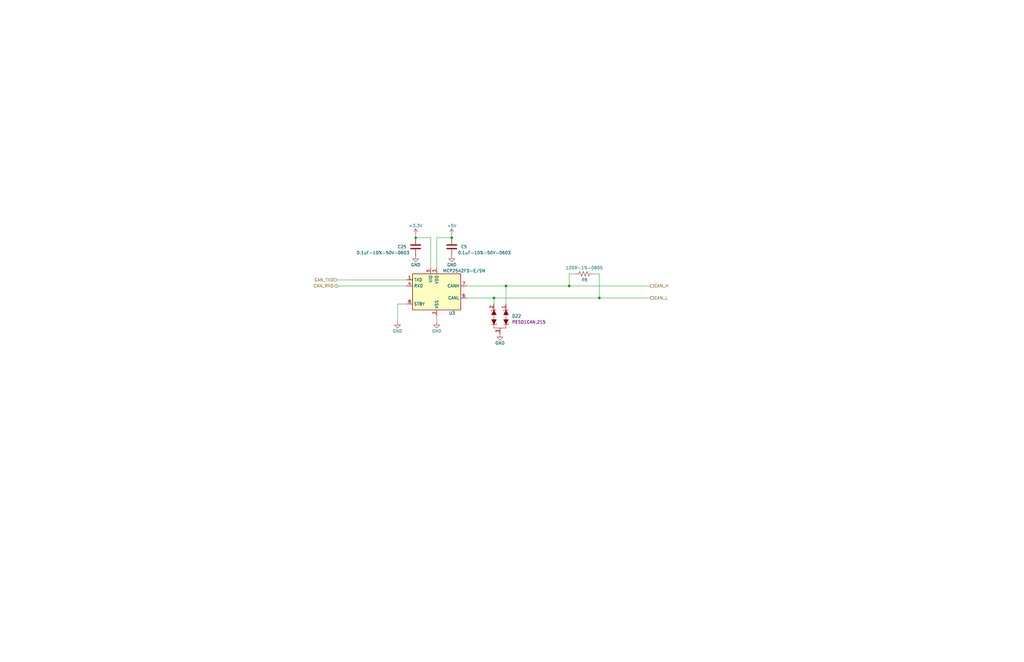
<source format=kicad_sch>
(kicad_sch (version 20231120) (generator "eeschema") (generator_version "8.0")
  (paper "B")
  (title_block (title "Button Board 2") (date "2022-12-11") (rev "1") (company "971 Spartan Robotics"))
  (lib_symbols
    (symbol "Device:C" (pin_numbers hide) (pin_names (offset 0.254))
      (property "Reference" "C" (at 0.635 2.54 0))
      (property "Value" "C" (at 0.635 -2.54 0))
      (symbol "C_0_1"
        (polyline (pts (xy -2.032 -0.762) (xy 2.032 -0.762)) (stroke (width 0.508)))
        (polyline (pts (xy -2.032 0.762) (xy 2.032 0.762)) (stroke (width 0.508)))
      )
      (symbol "C_1_1"
        (pin passive line (at 0 3.81 270) (length 2.794) (name "~") (number "1"))
        (pin passive line (at 0 -3.81 90) (length 2.794) (name "~") (number "2"))
      )
    )
    (symbol "Device:R_US" (pin_numbers hide) (pin_names (offset 0))
      (property "Reference" "R" (at 2.54 0 90))
      (property "Value" "R_US" (at -2.54 0 90))
      (symbol "R_US_0_1"
        (polyline (pts (xy 0 -2.286) (xy 0 -2.54)))
        (polyline (pts (xy 0 2.286) (xy 0 2.54)))
        (polyline (pts (xy 0 -0.762) (xy 1.016 -1.143) (xy 0 -1.524) (xy -1.016 -1.905) (xy 0 -2.286)))
        (polyline (pts (xy 0 0.762) (xy 1.016 0.381) (xy 0 0) (xy -1.016 -0.381) (xy 0 -0.762)))
        (polyline (pts (xy 0 2.286) (xy 1.016 1.905) (xy 0 1.524) (xy -1.016 1.143) (xy 0 0.762)))
      )
      (symbol "R_US_1_1"
        (pin passive line (at 0 3.81 270) (length 1.27) (name "~") (number "1"))
        (pin passive line (at 0 -3.81 90) (length 1.27) (name "~") (number "2"))
      )
    )
    (symbol "Interface_CAN_LIN:MCP2542FDxMF"
      (property "Reference" "U4" (at 5.08 -8.89 0))
      (property "Value" "MCP2542FD-E/SN" (at 2.54 8.89 0))
      (symbol "MCP2542FDxMF_0_1"
        (rectangle (start -10.16 7.62) (end 10.16 -7.62) (stroke (width 0.254)) (fill (type background)))
      )
      (symbol "MCP2542FDxMF_1_1"
        (pin input line (at -12.7 5.08 0) (length 2.54) (name "TXD") (number "1"))
        (pin power_in line (at 0 -10.16 90) (length 2.54) (name "VSS") (number "2"))
        (pin power_in line (at 0 10.16 270) (length 2.54) (name "VDD") (number "3"))
        (pin output line (at -12.7 2.54 0) (length 2.54) (name "RXD") (number "4"))
        (pin power_in line (at -2.54 10.16 270) (length 2.54) (name "VIO") (number "5"))
        (pin bidirectional line (at 12.7 -2.54 180) (length 2.54) (name "CANL") (number "6"))
        (pin bidirectional line (at 12.7 2.54 180) (length 2.54) (name "CANH") (number "7"))
        (pin input line (at -12.7 -5.08 0) (length 2.54) (name "STBY") (number "8"))
      )
    )
    (symbol "PI-Power-Board:PESD1CAN" (pin_names hide)
      (property "Reference" "D" (at 0 0 0))
      (property "MFG P/N" "PESD1CAN,215" (at 0 0 0))
      (symbol "PESD1CAN_0_1"
        (polyline (pts (xy -1.27 -7.62) (xy 0.762 -7.62)))
        (polyline (pts (xy -1.27 -2.54) (xy 0.762 -2.54)))
        (polyline (pts (xy 0.635 -7.62) (xy 3.175 -7.62)))
        (polyline (pts (xy 0.635 -2.54) (xy 3.175 -2.54)))
        (polyline (pts (xy 4.826 -7.62) (xy 2.794 -7.62)))
        (polyline (pts (xy 4.826 -2.54) (xy 2.794 -2.54)))
        (polyline (pts (xy -1.27 -6.604) (xy -1.27 -8.636) (xy -0.762 -8.636)))
        (polyline (pts (xy -1.27 -1.524) (xy -1.27 -3.556) (xy -0.762 -3.556)))
        (polyline (pts (xy 4.826 -8.636) (xy 4.826 -6.604) (xy 4.318 -6.604)))
        (polyline (pts (xy 4.826 -3.556) (xy 4.826 -1.524) (xy 4.318 -1.524)))
        (polyline (pts (xy 0.762 -6.604) (xy -1.27 -7.62) (xy 0.762 -8.636) (xy 0.762 -6.604)) (fill (type outline)))
        (polyline (pts (xy 0.762 -1.524) (xy -1.27 -2.54) (xy 0.762 -3.556) (xy 0.762 -1.524)) (fill (type outline)))
        (polyline (pts (xy 2.794 -8.636) (xy 4.826 -7.62) (xy 2.794 -6.604) (xy 2.794 -8.636)) (fill (type outline)))
        (polyline (pts (xy 2.794 -3.556) (xy 4.826 -2.54) (xy 2.794 -1.524) (xy 2.794 -3.556)) (fill (type outline)))
        (polyline (pts (xy 4.445 -2.54) (xy 6.35 -2.54) (xy 6.35 -7.62) (xy 4.445 -7.62)))
      )
      (symbol "PESD1CAN_1_1"
        (pin passive line (at -3.81 -2.54 0) (length 2.54) (name "K1") (number "1"))
        (pin passive line (at -3.81 -7.62 0) (length 2.54) (name "K1") (number "2"))
        (pin passive line (at 8.89 -5.08 180) (length 2.54) (name "KK") (number "3"))
      )
    )
    (symbol "power:+3.3V" (power) (pin_names (offset 0))
      (property "Value" "+3.3V" (at 0 3.556 0))
      (symbol "+3.3V_0_1"
        (polyline (pts (xy -0.762 1.27) (xy 0 2.54)))
        (polyline (pts (xy 0 0) (xy 0 2.54)))
        (polyline (pts (xy 0 2.54) (xy 0.762 1.27)))
      )
      (symbol "+3.3V_1_1"
        (pin power_in line (at 0 0 90) (length 0) hide (name "+3.3V") (number "1"))
      )
    )
    (symbol "power:+5V" (power) (pin_names (offset 0))
      (property "Value" "+5V" (at 0 3.556 0))
      (symbol "+5V_0_1"
        (polyline (pts (xy -0.762 1.27) (xy 0 2.54)))
        (polyline (pts (xy 0 0) (xy 0 2.54)))
        (polyline (pts (xy 0 2.54) (xy 0.762 1.27)))
      )
      (symbol "+5V_1_1"
        (pin power_in line (at 0 0 90) (length 0) hide (name "+5V") (number "1"))
      )
    )
    (symbol "power:GND" (power) (pin_names (offset 0))
      (property "Value" "GND" (at 0 -3.81 0))
      (symbol "GND_0_1"
        (polyline (pts (xy 0 0) (xy 0 -1.27) (xy 1.27 -1.27) (xy 0 -2.54) (xy -1.27 -1.27) (xy 0 -1.27)))
      )
      (symbol "GND_1_1"
        (pin power_in line (at 0 0 270) (length 0) hide (name "GND") (number "1"))
      )
    )
  )
  (junction (at 190.5 100.33))
  (junction (at 252.73 125.73))
  (junction (at 213.36 120.65))
  (junction (at 208.28 125.73))
  (junction (at 175.26 100.33))
  (junction (at 240.03 120.65))
  (wire (pts (xy 213.36 120.65) (xy 240.03 120.65)))
  (wire (pts (xy 181.61 113.03) (xy 181.61 100.33)))
  (wire (pts (xy 175.26 99.06) (xy 175.26 100.33)))
  (wire (pts (xy 252.73 125.73) (xy 274.32 125.73)))
  (wire (pts (xy 252.73 115.57) (xy 252.73 125.73)))
  (wire (pts (xy 240.03 120.65) (xy 274.32 120.65)))
  (wire (pts (xy 208.28 125.73) (xy 252.73 125.73)))
  (wire (pts (xy 196.85 125.73) (xy 208.28 125.73)))
  (wire (pts (xy 171.45 120.65) (xy 142.24 120.65)))
  (wire (pts (xy 167.64 135.89) (xy 167.64 128.27)))
  (wire (pts (xy 196.85 120.65) (xy 213.36 120.65)))
  (wire (pts (xy 184.15 100.33) (xy 190.5 100.33)))
  (wire (pts (xy 184.15 113.03) (xy 184.15 100.33)))
  (wire (pts (xy 242.57 115.57) (xy 240.03 115.57)))
  (wire (pts (xy 190.5 99.06) (xy 190.5 100.33)))
  (wire (pts (xy 184.15 133.35) (xy 184.15 135.89)))
  (wire (pts (xy 213.36 120.65) (xy 213.36 128.27)))
  (wire (pts (xy 167.64 128.27) (xy 171.45 128.27)))
  (wire (pts (xy 208.28 125.73) (xy 208.28 128.27)))
  (wire (pts (xy 250.19 115.57) (xy 252.73 115.57)))
  (wire (pts (xy 181.61 100.33) (xy 175.26 100.33)))
  (wire (pts (xy 171.45 118.11) (xy 142.24 118.11)))
  (wire (pts (xy 240.03 115.57) (xy 240.03 120.65)))
  (hierarchical_label "CAN_H" (shape passive) (at 274.32 120.65 0))
  (hierarchical_label "CAN_L" (shape passive) (at 274.32 125.73 0))
  (hierarchical_label "CAN_TXD" (shape input) (at 142.24 118.11 180))
  (hierarchical_label "CAN_RXD" (shape output) (at 142.24 120.65 180))
  (symbol (lib_id "Device:R_US") (at 246.38 115.57 90) (unit 1)
    (property "Reference" "R8" (at 245.11 118.11 90) (effects (justify right)))
    (property "Value" "120R-1%-0805" (at 246.38 113.03 90))
    (property "Footprint" "Resistor_SMD:R_0805_2012Metric" (effects (hide yes)))
    (property "MFG" "Stackpole Electronics Inc" (effects (hide yes)))
    (property "MFG P/N" "RMCF0805FT120R" (effects (hide yes)))
    (property "DIST" "Digikey" (effects (hide yes)))
    (property "DIST P/N" "738-RMCF0805FT120RCT-ND" (effects (hide yes)))
  )
  (symbol (lib_id "Device:C") (at 175.26 104.14 0) (unit 1)
    (property "Reference" "C25" (at 171.45 104.14 0) (effects (justify right)))
    (property "Value" "0.1uF-10%-50V-0603" (at 172.72 106.68 0) (effects (justify right)))
    (property "Footprint" "Capacitor_SMD:C_0603_1608Metric" (effects (hide yes)))
    (property "MFG" "Samsung Electro-Mechanics" (effects (hide yes)))
    (property "MFG P/N" "CL10B104KB8NNNC" (effects (hide yes)))
    (property "DIST" "Digikey" (effects (hide yes)))
    (property "DIST P/N" "1276-1000-1-ND" (effects (hide yes)))
  )
  (symbol (lib_id "PI-Power-Board:PESD1CAN") (at 215.9 132.08 270) (unit 1)
    (property "Reference" "D22" (at 215.9 133.3499 90) (effects (justify left)))
    (property "Value" "PESD1CAN" (effects (hide yes)))
    (property "Footprint" "Package_TO_SOT_SMD:SOT-23" (effects (hide yes)))
    (property "Datasheet" "https://assets.nexperia.com/documents/data-sheet/PESD1CAN.pdf" (effects (hide yes)))
    (property "MFG" "Nexperia" (effects (hide yes)))
    (property "MFG P/N" "PESD1CAN,215" (at 215.9 135.8899 90) (effects (justify left)))
    (property "DIST" "Digikey" (effects (hide yes)))
    (property "DIST P/N" "1727-3817-1-ND" (effects (hide yes)))
  )
  (symbol (lib_id "power:GND") (at 175.26 107.95 0) (unit 1)
    (property "Reference" "#PWR0118" (effects (hide yes)))
    (property "Value" "GND" (at 175.26 111.76 0))
  )
  (symbol (lib_id "power:GND") (at 190.5 107.95 0) (mirror y) (unit 1)
    (property "Reference" "#PWR0121" (effects (hide yes)))
    (property "Value" "GND" (at 190.5 111.76 0))
  )
  (symbol (lib_id "power:GND") (at 184.15 135.89 0) (mirror y) (unit 1)
    (property "Reference" "#PWR0119" (effects (hide yes)))
    (property "Value" "GND" (at 184.15 139.7 0))
  )
  (symbol (lib_id "power:GND") (at 167.64 135.89 0) (mirror y) (unit 1)
    (property "Reference" "#PWR0116" (effects (hide yes)))
    (property "Value" "GND" (at 167.64 139.7 0))
  )
  (symbol (lib_id "power:+5V") (at 190.5 99.06 0) (unit 1)
    (property "Reference" "#PWR0120" (effects (hide yes)))
    (property "Value" "+5V" (at 190.5 95.25 0))
  )
  (symbol (lib_id "power:+3.3V") (at 175.26 99.06 0) (unit 1)
    (property "Reference" "#PWR0117" (effects (hide yes)))
    (property "Value" "+3.3V" (at 175.26 95.25 0))
  )
  (symbol (lib_id "Device:C") (at 190.5 104.14 0) (mirror y) (unit 1)
    (property "Reference" "C5" (at 194.31 104.14 0) (effects (justify right)))
    (property "Value" "0.1uF-10%-50V-0603" (at 193.04 106.68 0) (effects (justify right)))
    (property "Footprint" "Capacitor_SMD:C_0603_1608Metric" (effects (hide yes)))
    (property "MFG" "Samsung Electro-Mechanics" (effects (hide yes)))
    (property "MFG P/N" "CL10B104KB8NNNC" (effects (hide yes)))
    (property "DIST" "Digikey" (effects (hide yes)))
    (property "DIST P/N" "1276-1000-1-ND" (effects (hide yes)))
  )
  (symbol (lib_id "Interface_CAN_LIN:MCP2542FDxMF") (at 184.15 123.19 0) (unit 1)
    (property "Reference" "U3" (at 189.23 132.08 0) (effects (justify left)))
    (property "Value" "MCP2542FD-E/SN" (at 186.69 114.3 0) (effects (justify left)))
    (property "Footprint" "Package_SO:SO-8_3.9x4.9mm_P1.27mm" (effects (hide yes)))
    (property "Datasheet" "http://ww1.microchip.com/downloads/en/DeviceDoc/MCP2542FD-4FD-MCP2542WFD-4WFD-Data-Sheet20005514B.pdf" (effects (hide yes)))
    (property "MFG" "Microchip" (effects (hide yes)))
    (property "MFG P/N" "MCP2542FD-E/SN" (effects (hide yes)))
    (property "DIST" "Digikey" (effects (hide yes)))
    (property "DIST P/N" "MCP2542FD-E/SN-ND" (effects (hide yes)))
  )
  (symbol (lib_id "power:GND") (at 210.82 140.97 0) (mirror y) (unit 1)
    (property "Reference" "#PWR0122" (effects (hide yes)))
    (property "Value" "GND" (at 210.82 144.78 0))
  )
)
</source>
